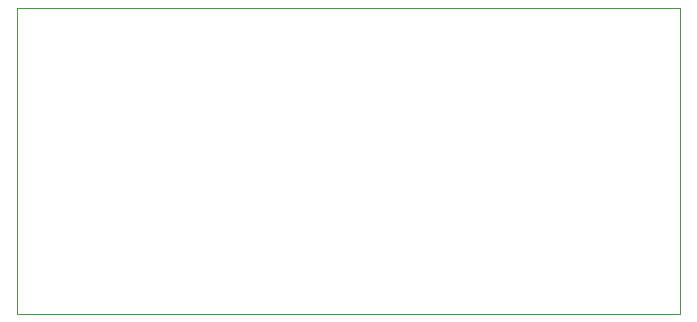
<source format=gbr>
%TF.GenerationSoftware,KiCad,Pcbnew,(5.1.10-1-10_14)*%
%TF.CreationDate,2021-12-18T11:23:09-05:00*%
%TF.ProjectId,Modules,4d6f6475-6c65-4732-9e6b-696361645f70,rev?*%
%TF.SameCoordinates,Original*%
%TF.FileFunction,Profile,NP*%
%FSLAX46Y46*%
G04 Gerber Fmt 4.6, Leading zero omitted, Abs format (unit mm)*
G04 Created by KiCad (PCBNEW (5.1.10-1-10_14)) date 2021-12-18 11:23:09*
%MOMM*%
%LPD*%
G01*
G04 APERTURE LIST*
%TA.AperFunction,Profile*%
%ADD10C,0.050000*%
%TD*%
G04 APERTURE END LIST*
D10*
X131572000Y-102870000D02*
X131572000Y-106680000D01*
X156972000Y-102870000D02*
X131572000Y-102870000D01*
X187706000Y-102870000D02*
X187706000Y-106680000D01*
X187706000Y-128778000D02*
X173736000Y-128778000D01*
X131572000Y-128778000D02*
X131572000Y-106680000D01*
X173736000Y-128778000D02*
X131572000Y-128778000D01*
X187706000Y-106680000D02*
X187706000Y-128778000D01*
X156972000Y-102870000D02*
X187706000Y-102870000D01*
M02*

</source>
